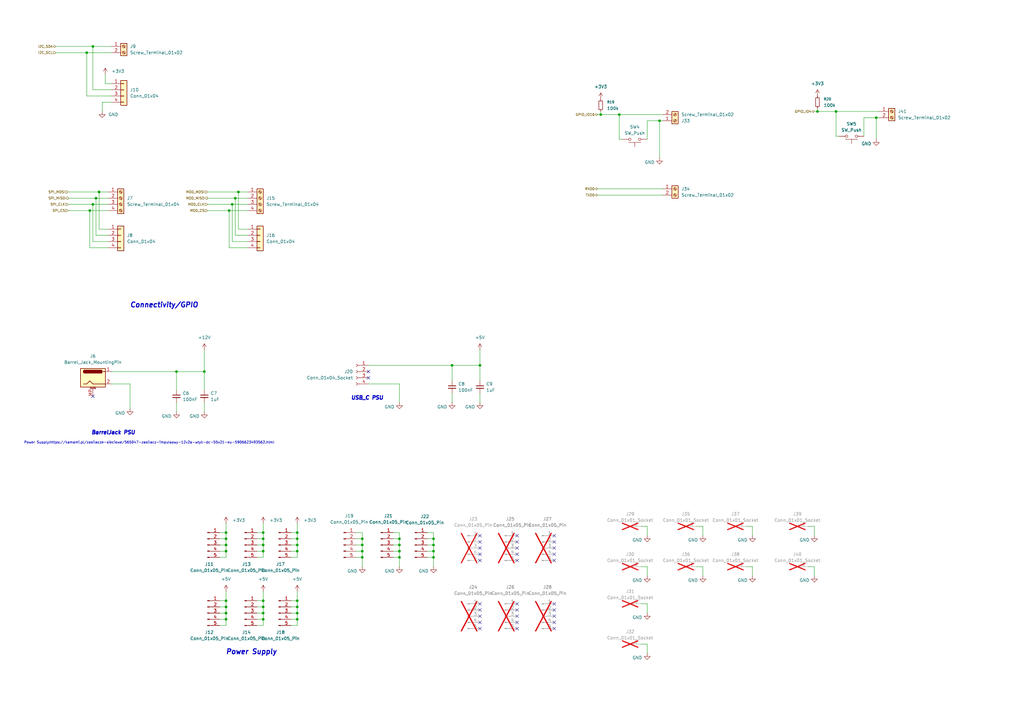
<source format=kicad_sch>
(kicad_sch (version 20250114) (generator "eeschema") (generator_version "9.0")
  (paper "A3")
  (title_block (title "Festiwal Swiatla") (date "2025-08-04") (rev "V1.0") (comment 2 "**Author**"))
  (lib_symbols
    (symbol "Connector:Barrel_Jack_MountingPin" (pin_names (hide yes))
      (property "Reference" "J" (at 0 5.334 0))
      (property "Value" "Barrel_Jack_MountingPin" (at 1.27 -6.35 0))
      (symbol "Barrel_Jack_MountingPin_0_1"
        (rectangle (start -5.08 3.81) (end 5.08 -3.81) (stroke (width 0.254)) (fill (type background)))
        (polyline (pts (xy -3.81 -2.54) (xy -2.54 -2.54) (xy -1.27 -1.27) (xy 0 -2.54) (xy 2.54 -2.54) (xy 5.08 -2.54)) (stroke (width 0.254)))
        (arc (start -3.302 1.905) (mid -3.9343 2.54) (end -3.302 3.175) (stroke (width 0.254)))
        (arc (start -3.302 1.905) (mid -3.9343 2.54) (end -3.302 3.175) (stroke (width 0.254)) (fill (type outline)))
        (rectangle (start 3.683 3.175) (end -3.302 1.905) (stroke (width 0.254)) (fill (type outline)))
        (polyline (pts (xy 5.08 2.54) (xy 3.81 2.54)) (stroke (width 0.254)))
      )
      (symbol "Barrel_Jack_MountingPin_1_1"
        (polyline (pts (xy -1.016 -4.572) (xy 1.016 -4.572)) (stroke (width 0.1524)))
        (text "Mounting" (at 0 -4.191 0) (effects (font (size 0.381 0.381))))
        (pin passive line (at 0 -7.62 90) (length 3.048) (name "MountPin") (number "MP"))
        (pin passive line (at 7.62 2.54 180) (length 2.54) (name "~") (number "1"))
        (pin passive line (at 7.62 -2.54 180) (length 2.54) (name "~") (number "2"))
      )
    )
    (symbol "Connector:Conn_01x01_Socket" (pin_names (offset 1.016) (hide yes))
      (property "Reference" "J" (at 0 2.54 0))
      (property "Value" "Conn_01x01_Socket" (at 0 -2.54 0))
      (symbol "Conn_01x01_Socket_1_1"
        (polyline (pts (xy -1.27 0) (xy -0.508 0)) (stroke (width 0.1524)))
        (arc (start 0 -0.508) (mid -0.5058 0) (end 0 0.508) (stroke (width 0.1524)))
        (pin passive line (at -5.08 0 0) (length 3.81) (name "Pin_1") (number "1"))
      )
    )
    (symbol "Connector:Conn_01x04_Socket" (pin_names (offset 1.016) (hide yes))
      (property "Reference" "J" (at 0 5.08 0))
      (property "Value" "Conn_01x04_Socket" (at 0 -7.62 0))
      (symbol "Conn_01x04_Socket_1_1"
        (polyline (pts (xy -1.27 2.54) (xy -0.508 2.54)) (stroke (width 0.1524)))
        (polyline (pts (xy -1.27 0) (xy -0.508 0)) (stroke (width 0.1524)))
        (polyline (pts (xy -1.27 -2.54) (xy -0.508 -2.54)) (stroke (width 0.1524)))
        (polyline (pts (xy -1.27 -5.08) (xy -0.508 -5.08)) (stroke (width 0.1524)))
        (arc (start 0 2.032) (mid -0.5058 2.54) (end 0 3.048) (stroke (width 0.1524)))
        (arc (start 0 -0.508) (mid -0.5058 0) (end 0 0.508) (stroke (width 0.1524)))
        (arc (start 0 -3.048) (mid -0.5058 -2.54) (end 0 -2.032) (stroke (width 0.1524)))
        (arc (start 0 -5.588) (mid -0.5058 -5.08) (end 0 -4.572) (stroke (width 0.1524)))
        (pin passive line (at -5.08 2.54 0) (length 3.81) (name "Pin_1") (number "1"))
        (pin passive line (at -5.08 0 0) (length 3.81) (name "Pin_2") (number "2"))
        (pin passive line (at -5.08 -2.54 0) (length 3.81) (name "Pin_3") (number "3"))
        (pin passive line (at -5.08 -5.08 0) (length 3.81) (name "Pin_4") (number "4"))
      )
    )
    (symbol "Connector:Conn_01x05_Pin" (pin_names (offset 1.016) (hide yes))
      (property "Reference" "J" (at 0 7.62 0))
      (property "Value" "Conn_01x05_Pin" (at 0 -7.62 0))
      (symbol "Conn_01x05_Pin_1_1"
        (rectangle (start 0.8636 5.207) (end 0 4.953) (stroke (width 0.1524)) (fill (type outline)))
        (rectangle (start 0.8636 2.667) (end 0 2.413) (stroke (width 0.1524)) (fill (type outline)))
        (rectangle (start 0.8636 0.127) (end 0 -0.127) (stroke (width 0.1524)) (fill (type outline)))
        (rectangle (start 0.8636 -2.413) (end 0 -2.667) (stroke (width 0.1524)) (fill (type outline)))
        (rectangle (start 0.8636 -4.953) (end 0 -5.207) (stroke (width 0.1524)) (fill (type outline)))
        (polyline (pts (xy 1.27 5.08) (xy 0.8636 5.08)) (stroke (width 0.1524)))
        (polyline (pts (xy 1.27 2.54) (xy 0.8636 2.54)) (stroke (width 0.1524)))
        (polyline (pts (xy 1.27 0) (xy 0.8636 0)) (stroke (width 0.1524)))
        (polyline (pts (xy 1.27 -2.54) (xy 0.8636 -2.54)) (stroke (width 0.1524)))
        (polyline (pts (xy 1.27 -5.08) (xy 0.8636 -5.08)) (stroke (width 0.1524)))
        (pin passive line (at 5.08 5.08 180) (length 3.81) (name "Pin_1") (number "1"))
        (pin passive line (at 5.08 2.54 180) (length 3.81) (name "Pin_2") (number "2"))
        (pin passive line (at 5.08 0 180) (length 3.81) (name "Pin_3") (number "3"))
        (pin passive line (at 5.08 -2.54 180) (length 3.81) (name "Pin_4") (number "4"))
        (pin passive line (at 5.08 -5.08 180) (length 3.81) (name "Pin_5") (number "5"))
      )
    )
    (symbol "Connector:Screw_Terminal_01x02" (pin_names (offset 1.016) (hide yes))
      (property "Reference" "J" (at 0 2.54 0))
      (property "Value" "Screw_Terminal_01x02" (at 0 -5.08 0))
      (symbol "Screw_Terminal_01x02_1_1"
        (rectangle (start -1.27 1.27) (end 1.27 -3.81) (stroke (width 0.254)) (fill (type background)))
        (polyline (pts (xy -0.5334 0.3302) (xy 0.3302 -0.508)) (stroke (width 0.1524)))
        (polyline (pts (xy -0.5334 -2.2098) (xy 0.3302 -3.048)) (stroke (width 0.1524)))
        (polyline (pts (xy -0.3556 0.508) (xy 0.508 -0.3302)) (stroke (width 0.1524)))
        (polyline (pts (xy -0.3556 -2.032) (xy 0.508 -2.8702)) (stroke (width 0.1524)))
        (circle (center 0 0) (radius 0.635) (stroke (width 0.1524)))
        (circle (center 0 -2.54) (radius 0.635) (stroke (width 0.1524)))
        (pin passive line (at -5.08 0 0) (length 3.81) (name "Pin_1") (number "1"))
        (pin passive line (at -5.08 -2.54 0) (length 3.81) (name "Pin_2") (number "2"))
      )
    )
    (symbol "Connector:Screw_Terminal_01x04" (pin_names (offset 1.016) (hide yes))
      (property "Reference" "J" (at 0 5.08 0))
      (property "Value" "Screw_Terminal_01x04" (at 0 -7.62 0))
      (symbol "Screw_Terminal_01x04_1_1"
        (rectangle (start -1.27 3.81) (end 1.27 -6.35) (stroke (width 0.254)) (fill (type background)))
        (polyline (pts (xy -0.5334 2.8702) (xy 0.3302 2.032)) (stroke (width 0.1524)))
        (polyline (pts (xy -0.5334 0.3302) (xy 0.3302 -0.508)) (stroke (width 0.1524)))
        (polyline (pts (xy -0.5334 -2.2098) (xy 0.3302 -3.048)) (stroke (width 0.1524)))
        (polyline (pts (xy -0.5334 -4.7498) (xy 0.3302 -5.588)) (stroke (width 0.1524)))
        (polyline (pts (xy -0.3556 3.048) (xy 0.508 2.2098)) (stroke (width 0.1524)))
        (polyline (pts (xy -0.3556 0.508) (xy 0.508 -0.3302)) (stroke (width 0.1524)))
        (polyline (pts (xy -0.3556 -2.032) (xy 0.508 -2.8702)) (stroke (width 0.1524)))
        (polyline (pts (xy -0.3556 -4.572) (xy 0.508 -5.4102)) (stroke (width 0.1524)))
        (circle (center 0 2.54) (radius 0.635) (stroke (width 0.1524)))
        (circle (center 0 0) (radius 0.635) (stroke (width 0.1524)))
        (circle (center 0 -2.54) (radius 0.635) (stroke (width 0.1524)))
        (circle (center 0 -5.08) (radius 0.635) (stroke (width 0.1524)))
        (pin passive line (at -5.08 2.54 0) (length 3.81) (name "Pin_1") (number "1"))
        (pin passive line (at -5.08 0 0) (length 3.81) (name "Pin_2") (number "2"))
        (pin passive line (at -5.08 -2.54 0) (length 3.81) (name "Pin_3") (number "3"))
        (pin passive line (at -5.08 -5.08 0) (length 3.81) (name "Pin_4") (number "4"))
      )
    )
    (symbol "Connector_Generic:Conn_01x04" (pin_names (offset 1.016) (hide yes))
      (property "Reference" "J" (at 0 5.08 0))
      (property "Value" "Conn_01x04" (at 0 -7.62 0))
      (symbol "Conn_01x04_1_1"
        (rectangle (start -1.27 3.81) (end 1.27 -6.35) (stroke (width 0.254)) (fill (type background)))
        (rectangle (start -1.27 2.667) (end 0 2.413) (stroke (width 0.1524)))
        (rectangle (start -1.27 0.127) (end 0 -0.127) (stroke (width 0.1524)))
        (rectangle (start -1.27 -2.413) (end 0 -2.667) (stroke (width 0.1524)))
        (rectangle (start -1.27 -4.953) (end 0 -5.207) (stroke (width 0.1524)))
        (pin passive line (at -5.08 2.54 0) (length 3.81) (name "Pin_1") (number "1"))
        (pin passive line (at -5.08 0 0) (length 3.81) (name "Pin_2") (number "2"))
        (pin passive line (at -5.08 -2.54 0) (length 3.81) (name "Pin_3") (number "3"))
        (pin passive line (at -5.08 -5.08 0) (length 3.81) (name "Pin_4") (number "4"))
      )
    )
    (symbol "Device:C_Small" (pin_numbers (hide yes)) (pin_names (offset 0.254) (hide yes))
      (property "Reference" "C" (at 0.254 1.778 0))
      (property "Value" "C_Small" (at 0.254 -2.032 0))
      (symbol "C_Small_0_1"
        (polyline (pts (xy -1.524 0.508) (xy 1.524 0.508)) (stroke (width 0.3048)))
        (polyline (pts (xy -1.524 -0.508) (xy 1.524 -0.508)) (stroke (width 0.3302)))
      )
      (symbol "C_Small_1_1"
        (pin passive line (at 0 2.54 270) (length 2.032) (name "~") (number "1"))
        (pin passive line (at 0 -2.54 90) (length 2.032) (name "~") (number "2"))
      )
    )
    (symbol "Device:R_Small" (pin_numbers (hide yes)) (pin_names (offset 0.254) (hide yes))
      (property "Reference" "R" (at 0 0 90))
      (property "Value" "R_Small" (at 1.778 0 90))
      (symbol "R_Small_0_1"
        (rectangle (start -0.762 1.778) (end 0.762 -1.778) (stroke (width 0.2032)))
      )
      (symbol "R_Small_1_1"
        (pin passive line (at 0 2.54 270) (length 0.762) (name "~") (number "1"))
        (pin passive line (at 0 -2.54 90) (length 0.762) (name "~") (number "2"))
      )
    )
    (symbol "Switch:SW_Push" (pin_numbers (hide yes)) (pin_names (offset 1.016) (hide yes))
      (property "Reference" "SW" (at 1.27 2.54 0))
      (property "Value" "SW_Push" (at 0 -1.524 0))
      (symbol "SW_Push_0_1"
        (circle (center -2.032 0) (radius 0.508))
        (polyline (pts (xy 0 1.27) (xy 0 3.048)))
        (circle (center 2.032 0) (radius 0.508))
        (polyline (pts (xy 2.54 1.27) (xy -2.54 1.27)))
        (pin passive line (at -5.08 0 0) (length 2.54) (name "1") (number "1"))
        (pin passive line (at 5.08 0 180) (length 2.54) (name "2") (number "2"))
      )
    )
    (symbol "power:+12V" (power) (pin_numbers (hide yes)) (pin_names (offset 0) (hide yes))
      (property "Value" "+12V" (at 0 3.556 0))
      (symbol "+12V_0_1"
        (polyline (pts (xy -0.762 1.27) (xy 0 2.54)))
        (polyline (pts (xy 0 2.54) (xy 0.762 1.27)))
        (polyline (pts (xy 0 0) (xy 0 2.54)))
      )
      (symbol "+12V_1_1"
        (pin power_in line (at 0 0 90) (length 0) (name "~") (number "1"))
      )
    )
    (symbol "power:+3V3" (power) (pin_numbers (hide yes)) (pin_names (offset 0) (hide yes))
      (property "Value" "+3V3" (at 0 3.556 0))
      (symbol "+3V3_0_1"
        (polyline (pts (xy -0.762 1.27) (xy 0 2.54)))
        (polyline (pts (xy 0 2.54) (xy 0.762 1.27)))
        (polyline (pts (xy 0 0) (xy 0 2.54)))
      )
      (symbol "+3V3_1_1"
        (pin power_in line (at 0 0 90) (length 0) (name "~") (number "1"))
      )
    )
    (symbol "power:+5V" (power) (pin_numbers (hide yes)) (pin_names (offset 0) (hide yes))
      (property "Value" "+5V" (at 0 3.556 0))
      (symbol "+5V_0_1"
        (polyline (pts (xy -0.762 1.27) (xy 0 2.54)))
        (polyline (pts (xy 0 2.54) (xy 0.762 1.27)))
        (polyline (pts (xy 0 0) (xy 0 2.54)))
      )
      (symbol "+5V_1_1"
        (pin power_in line (at 0 0 90) (length 0) (name "~") (number "1"))
      )
    )
    (symbol "power:GND" (power) (pin_numbers (hide yes)) (pin_names (offset 0) (hide yes))
      (property "Value" "GND" (at 0 -3.81 0))
      (symbol "GND_0_1"
        (polyline (pts (xy 0 0) (xy 0 -1.27) (xy 1.27 -1.27) (xy 0 -2.54) (xy -1.27 -1.27) (xy 0 -1.27)))
      )
      (symbol "GND_1_1"
        (pin power_in line (at 0 0 270) (length 0) (name "~") (number "1"))
      )
    )
  )
  (text "Power Supply" (at 103.124 267.462 0) (effects (font (size 2.032 2.032) (thickness 0.4064) (bold yes) (italic yes))))
  (text "BarrelJack PSU\n" (at 46.482 177.546 0) (effects (font (size 1.524 1.524) (thickness 0.4064) (bold yes) (italic yes))))
  (text "Power Supply:https://kamami.pl/zasilacze-sieciowe/565047-zasilacz-impulsowy-12v2a-wtyk-dc-55x21-eu-5906623493562.html" (at 61.214 181.61 0) (effects (font (size 1 1))))
  (text "USB_C PSU\n" (at 150.622 163.322 0) (effects (font (size 1.524 1.524) (thickness 0.4064) (bold yes) (italic yes))))
  (text "Connectivity/GPIO" (at 67.31 125.222 0) (effects (font (size 2.032 2.032) (thickness 0.4064) (bold yes) (italic yes))))
  (junction (at 177.8 223.52))
  (junction (at 121.92 220.98))
  (junction (at 107.95 248.92))
  (junction (at 107.95 246.38))
  (junction (at 38.1 83.82))
  (junction (at 177.8 220.98))
  (junction (at 107.95 223.52))
  (junction (at 185.42 149.86))
  (junction (at 121.92 218.44))
  (junction (at 92.71 251.46))
  (junction (at 92.71 226.06))
  (junction (at 177.8 226.06))
  (junction (at 148.59 220.98))
  (junction (at 121.92 248.92))
  (junction (at 163.83 223.52))
  (junction (at 163.83 228.6))
  (junction (at 342.9 45.72))
  (junction (at 39.37 81.28))
  (junction (at 335.28 45.72))
  (junction (at 35.56 21.59))
  (junction (at 163.83 220.98))
  (junction (at 107.95 251.46))
  (junction (at 92.71 248.92))
  (junction (at 107.95 220.98))
  (junction (at 40.64 78.74))
  (junction (at 93.98 86.36))
  (junction (at 107.95 218.44))
  (junction (at 148.59 226.06))
  (junction (at 92.71 254))
  (junction (at 359.41 48.26))
  (junction (at 83.82 152.4))
  (junction (at 270.51 49.53))
  (junction (at 121.92 251.46))
  (junction (at 38.1 19.05))
  (junction (at 121.92 226.06))
  (junction (at 163.83 226.06))
  (junction (at 121.92 246.38))
  (junction (at 95.25 83.82))
  (junction (at 121.92 223.52))
  (junction (at 107.95 254))
  (junction (at 92.71 246.38))
  (junction (at 72.39 152.4))
  (junction (at 92.71 220.98))
  (junction (at 36.83 86.36))
  (junction (at 107.95 226.06))
  (junction (at 177.8 228.6))
  (junction (at 148.59 228.6))
  (junction (at 96.52 81.28))
  (junction (at 246.38 46.99))
  (junction (at 121.92 254))
  (junction (at 254 46.99))
  (junction (at 97.79 78.74))
  (junction (at 92.71 218.44))
  (junction (at 148.59 223.52))
  (junction (at 92.71 223.52))
  (junction (at 196.85 149.86))
  (no_connect (at 196.85 257.81))
  (no_connect (at 212.09 224.79))
  (no_connect (at 227.33 222.25))
  (no_connect (at 227.33 229.87))
  (no_connect (at 227.33 247.65))
  (no_connect (at 212.09 255.27))
  (no_connect (at 196.85 250.19))
  (no_connect (at 227.33 252.73))
  (no_connect (at 151.13 154.94))
  (no_connect (at 196.85 247.65))
  (no_connect (at 212.09 247.65))
  (no_connect (at 227.33 227.33))
  (no_connect (at 212.09 227.33))
  (no_connect (at 212.09 229.87))
  (no_connect (at 196.85 252.73))
  (no_connect (at 212.09 222.25))
  (no_connect (at 196.85 224.79))
  (no_connect (at 212.09 250.19))
  (no_connect (at 196.85 222.25))
  (no_connect (at 227.33 255.27))
  (no_connect (at 212.09 257.81))
  (no_connect (at 227.33 257.81))
  (no_connect (at 212.09 219.71))
  (no_connect (at 196.85 227.33))
  (no_connect (at 227.33 250.19))
  (no_connect (at 227.33 224.79))
  (no_connect (at 38.1 162.56))
  (no_connect (at 212.09 252.73))
  (no_connect (at 196.85 255.27))
  (no_connect (at 196.85 229.87))
  (no_connect (at 151.13 152.4))
  (no_connect (at 227.33 219.71))
  (no_connect (at 196.85 219.71))
  (wire (pts (xy 265.43 215.9) (xy 262.89 215.9)))
  (wire (pts (xy 121.92 251.46) (xy 121.92 254)))
  (wire (pts (xy 45.72 36.83) (xy 38.1 36.83)))
  (wire (pts (xy 196.85 161.29) (xy 196.85 165.1)))
  (wire (pts (xy 121.92 254) (xy 121.92 256.54)))
  (wire (pts (xy 196.85 143.51) (xy 196.85 149.86)))
  (wire (pts (xy 90.17 248.92) (xy 92.71 248.92)))
  (wire (pts (xy 92.71 246.38) (xy 92.71 248.92)))
  (wire (pts (xy 90.17 254) (xy 92.71 254)))
  (wire (pts (xy 308.61 236.22) (xy 308.61 232.41)))
  (wire (pts (xy 27.94 86.36) (xy 36.83 86.36)))
  (wire (pts (xy 44.45 96.52) (xy 39.37 96.52)))
  (wire (pts (xy 92.71 220.98) (xy 92.71 223.52)))
  (wire (pts (xy 83.82 143.51) (xy 83.82 152.4)))
  (wire (pts (xy 36.83 86.36) (xy 44.45 86.36)))
  (wire (pts (xy 246.38 46.99) (xy 254 46.99)))
  (wire (pts (xy 185.42 161.29) (xy 185.42 165.1)))
  (wire (pts (xy 146.05 220.98) (xy 148.59 220.98)))
  (wire (pts (xy 342.9 45.72) (xy 360.68 45.72)))
  (wire (pts (xy 119.38 251.46) (xy 121.92 251.46)))
  (wire (pts (xy 27.94 83.82) (xy 38.1 83.82)))
  (wire (pts (xy 121.92 228.6) (xy 119.38 228.6)))
  (wire (pts (xy 105.41 251.46) (xy 107.95 251.46)))
  (wire (pts (xy 22.86 21.59) (xy 35.56 21.59)))
  (wire (pts (xy 105.41 223.52) (xy 107.95 223.52)))
  (wire (pts (xy 40.64 93.98) (xy 40.64 78.74)))
  (wire (pts (xy 72.39 165.1) (xy 72.39 168.91)))
  (wire (pts (xy 43.18 34.29) (xy 43.18 30.48)))
  (wire (pts (xy 288.29 219.71) (xy 288.29 215.9)))
  (wire (pts (xy 27.94 78.74) (xy 40.64 78.74)))
  (wire (pts (xy 148.59 228.6) (xy 148.59 232.41)))
  (wire (pts (xy 92.71 226.06) (xy 92.71 228.6)))
  (wire (pts (xy 146.05 226.06) (xy 148.59 226.06)))
  (wire (pts (xy 342.9 55.88) (xy 344.17 55.88)))
  (wire (pts (xy 44.45 93.98) (xy 40.64 93.98)))
  (wire (pts (xy 107.95 254) (xy 107.95 256.54)))
  (wire (pts (xy 83.82 165.1) (xy 83.82 168.91)))
  (wire (pts (xy 92.71 228.6) (xy 90.17 228.6)))
  (wire (pts (xy 39.37 96.52) (xy 39.37 81.28)))
  (wire (pts (xy 151.13 157.48) (xy 163.83 157.48)))
  (wire (pts (xy 107.95 228.6) (xy 105.41 228.6)))
  (wire (pts (xy 335.28 44.45) (xy 335.28 45.72)))
  (wire (pts (xy 146.05 218.44) (xy 148.59 218.44)))
  (wire (pts (xy 265.43 49.53) (xy 270.51 49.53)))
  (wire (pts (xy 163.83 223.52) (xy 163.83 226.06)))
  (wire (pts (xy 254 46.99) (xy 271.78 46.99)))
  (wire (pts (xy 101.6 96.52) (xy 96.52 96.52)))
  (wire (pts (xy 36.83 101.6) (xy 36.83 86.36)))
  (wire (pts (xy 308.61 219.71) (xy 308.61 215.9)))
  (wire (pts (xy 246.38 45.72) (xy 246.38 46.99)))
  (wire (pts (xy 334.01 215.9) (xy 331.47 215.9)))
  (wire (pts (xy 331.47 232.41) (xy 334.01 232.41)))
  (wire (pts (xy 245.11 77.47) (xy 271.78 77.47)))
  (wire (pts (xy 161.29 220.98) (xy 163.83 220.98)))
  (wire (pts (xy 121.92 256.54) (xy 119.38 256.54)))
  (wire (pts (xy 90.17 226.06) (xy 92.71 226.06)))
  (wire (pts (xy 245.11 80.01) (xy 271.78 80.01)))
  (wire (pts (xy 306.07 232.41) (xy 308.61 232.41)))
  (wire (pts (xy 334.01 236.22) (xy 334.01 232.41)))
  (wire (pts (xy 335.28 45.72) (xy 342.9 45.72)))
  (wire (pts (xy 38.1 36.83) (xy 38.1 19.05)))
  (wire (pts (xy 105.41 254) (xy 107.95 254)))
  (wire (pts (xy 101.6 93.98) (xy 97.79 93.98)))
  (wire (pts (xy 107.95 251.46) (xy 107.95 254)))
  (wire (pts (xy 119.38 223.52) (xy 121.92 223.52)))
  (wire (pts (xy 38.1 99.06) (xy 38.1 83.82)))
  (wire (pts (xy 38.1 83.82) (xy 44.45 83.82)))
  (wire (pts (xy 146.05 223.52) (xy 148.59 223.52)))
  (wire (pts (xy 35.56 39.37) (xy 35.56 21.59)))
  (wire (pts (xy 101.6 101.6) (xy 93.98 101.6)))
  (wire (pts (xy 121.92 242.57) (xy 121.92 246.38)))
  (wire (pts (xy 254 57.15) (xy 255.27 57.15)))
  (wire (pts (xy 163.83 157.48) (xy 163.83 165.1)))
  (wire (pts (xy 95.25 83.82) (xy 101.6 83.82)))
  (wire (pts (xy 107.95 218.44) (xy 107.95 220.98)))
  (wire (pts (xy 44.45 101.6) (xy 36.83 101.6)))
  (wire (pts (xy 105.41 226.06) (xy 107.95 226.06)))
  (wire (pts (xy 96.52 96.52) (xy 96.52 81.28)))
  (wire (pts (xy 354.33 48.26) (xy 354.33 55.88)))
  (wire (pts (xy 40.64 78.74) (xy 44.45 78.74)))
  (wire (pts (xy 92.71 214.63) (xy 92.71 218.44)))
  (wire (pts (xy 72.39 152.4) (xy 83.82 152.4)))
  (wire (pts (xy 308.61 215.9) (xy 306.07 215.9)))
  (wire (pts (xy 90.17 220.98) (xy 92.71 220.98)))
  (wire (pts (xy 359.41 48.26) (xy 360.68 48.26)))
  (wire (pts (xy 177.8 223.52) (xy 177.8 226.06)))
  (wire (pts (xy 161.29 218.44) (xy 163.83 218.44)))
  (wire (pts (xy 177.8 228.6) (xy 177.8 232.41)))
  (wire (pts (xy 121.92 218.44) (xy 121.92 220.98)))
  (wire (pts (xy 85.09 86.36) (xy 93.98 86.36)))
  (wire (pts (xy 285.75 232.41) (xy 288.29 232.41)))
  (wire (pts (xy 93.98 101.6) (xy 93.98 86.36)))
  (wire (pts (xy 105.41 248.92) (xy 107.95 248.92)))
  (wire (pts (xy 265.43 251.46) (xy 265.43 247.65)))
  (wire (pts (xy 175.26 228.6) (xy 177.8 228.6)))
  (wire (pts (xy 90.17 218.44) (xy 92.71 218.44)))
  (wire (pts (xy 85.09 78.74) (xy 97.79 78.74)))
  (wire (pts (xy 72.39 152.4) (xy 72.39 160.02)))
  (wire (pts (xy 196.85 149.86) (xy 196.85 156.21)))
  (wire (pts (xy 175.26 223.52) (xy 177.8 223.52)))
  (wire (pts (xy 177.8 226.06) (xy 177.8 228.6)))
  (wire (pts (xy 107.95 226.06) (xy 107.95 228.6)))
  (wire (pts (xy 97.79 93.98) (xy 97.79 78.74)))
  (wire (pts (xy 148.59 218.44) (xy 148.59 220.98)))
  (wire (pts (xy 121.92 220.98) (xy 121.92 223.52)))
  (wire (pts (xy 119.38 248.92) (xy 121.92 248.92)))
  (wire (pts (xy 44.45 99.06) (xy 38.1 99.06)))
  (wire (pts (xy 85.09 81.28) (xy 96.52 81.28)))
  (wire (pts (xy 262.89 232.41) (xy 265.43 232.41)))
  (wire (pts (xy 22.86 19.05) (xy 38.1 19.05)))
  (wire (pts (xy 39.37 81.28) (xy 44.45 81.28)))
  (wire (pts (xy 161.29 228.6) (xy 163.83 228.6)))
  (wire (pts (xy 270.51 49.53) (xy 271.78 49.53)))
  (wire (pts (xy 107.95 256.54) (xy 105.41 256.54)))
  (wire (pts (xy 92.71 248.92) (xy 92.71 251.46)))
  (wire (pts (xy 45.72 34.29) (xy 43.18 34.29)))
  (wire (pts (xy 41.91 41.91) (xy 45.72 41.91)))
  (wire (pts (xy 107.95 242.57) (xy 107.95 246.38)))
  (wire (pts (xy 105.41 246.38) (xy 107.95 246.38)))
  (wire (pts (xy 163.83 220.98) (xy 163.83 223.52)))
  (wire (pts (xy 254 57.15) (xy 254 46.99)))
  (wire (pts (xy 148.59 220.98) (xy 148.59 223.52)))
  (wire (pts (xy 107.95 246.38) (xy 107.95 248.92)))
  (wire (pts (xy 265.43 49.53) (xy 265.43 57.15)))
  (wire (pts (xy 265.43 267.97) (xy 265.43 264.16)))
  (wire (pts (xy 27.94 81.28) (xy 39.37 81.28)))
  (wire (pts (xy 105.41 218.44) (xy 107.95 218.44)))
  (wire (pts (xy 119.38 226.06) (xy 121.92 226.06)))
  (wire (pts (xy 90.17 251.46) (xy 92.71 251.46)))
  (wire (pts (xy 334.01 219.71) (xy 334.01 215.9)))
  (wire (pts (xy 85.09 83.82) (xy 95.25 83.82)))
  (wire (pts (xy 119.38 246.38) (xy 121.92 246.38)))
  (wire (pts (xy 107.95 214.63) (xy 107.95 218.44)))
  (wire (pts (xy 163.83 226.06) (xy 163.83 228.6)))
  (wire (pts (xy 38.1 19.05) (xy 45.72 19.05)))
  (wire (pts (xy 163.83 218.44) (xy 163.83 220.98)))
  (wire (pts (xy 121.92 226.06) (xy 121.92 228.6)))
  (wire (pts (xy 90.17 246.38) (xy 92.71 246.38)))
  (wire (pts (xy 45.72 39.37) (xy 35.56 39.37)))
  (wire (pts (xy 177.8 220.98) (xy 177.8 223.52)))
  (wire (pts (xy 90.17 223.52) (xy 92.71 223.52)))
  (wire (pts (xy 185.42 149.86) (xy 185.42 156.21)))
  (wire (pts (xy 119.38 254) (xy 121.92 254)))
  (wire (pts (xy 288.29 236.22) (xy 288.29 232.41)))
  (wire (pts (xy 146.05 228.6) (xy 148.59 228.6)))
  (wire (pts (xy 262.89 264.16) (xy 265.43 264.16)))
  (wire (pts (xy 95.25 99.06) (xy 95.25 83.82)))
  (wire (pts (xy 151.13 149.86) (xy 185.42 149.86)))
  (wire (pts (xy 163.83 228.6) (xy 163.83 232.41)))
  (wire (pts (xy 161.29 223.52) (xy 163.83 223.52)))
  (wire (pts (xy 119.38 220.98) (xy 121.92 220.98)))
  (wire (pts (xy 53.34 157.48) (xy 53.34 167.64)))
  (wire (pts (xy 262.89 247.65) (xy 265.43 247.65)))
  (wire (pts (xy 121.92 248.92) (xy 121.92 251.46)))
  (wire (pts (xy 288.29 215.9) (xy 285.75 215.9)))
  (wire (pts (xy 342.9 55.88) (xy 342.9 45.72)))
  (wire (pts (xy 97.79 78.74) (xy 101.6 78.74)))
  (wire (pts (xy 41.91 45.72) (xy 41.91 41.91)))
  (wire (pts (xy 270.51 64.77) (xy 270.51 49.53)))
  (wire (pts (xy 359.41 57.15) (xy 359.41 48.26)))
  (wire (pts (xy 92.71 242.57) (xy 92.71 246.38)))
  (wire (pts (xy 101.6 99.06) (xy 95.25 99.06)))
  (wire (pts (xy 92.71 218.44) (xy 92.71 220.98)))
  (wire (pts (xy 148.59 223.52) (xy 148.59 226.06)))
  (wire (pts (xy 265.43 236.22) (xy 265.43 232.41)))
  (wire (pts (xy 93.98 86.36) (xy 101.6 86.36)))
  (wire (pts (xy 121.92 223.52) (xy 121.92 226.06)))
  (wire (pts (xy 107.95 248.92) (xy 107.95 251.46)))
  (wire (pts (xy 196.85 149.86) (xy 185.42 149.86)))
  (wire (pts (xy 148.59 226.06) (xy 148.59 228.6)))
  (wire (pts (xy 92.71 223.52) (xy 92.71 226.06)))
  (wire (pts (xy 245.11 46.99) (xy 246.38 46.99)))
  (wire (pts (xy 119.38 218.44) (xy 121.92 218.44)))
  (wire (pts (xy 175.26 218.44) (xy 177.8 218.44)))
  (wire (pts (xy 177.8 218.44) (xy 177.8 220.98)))
  (wire (pts (xy 161.29 226.06) (xy 163.83 226.06)))
  (wire (pts (xy 45.72 152.4) (xy 72.39 152.4)))
  (wire (pts (xy 92.71 251.46) (xy 92.71 254)))
  (wire (pts (xy 354.33 48.26) (xy 359.41 48.26)))
  (wire (pts (xy 92.71 254) (xy 92.71 256.54)))
  (wire (pts (xy 83.82 152.4) (xy 83.82 160.02)))
  (wire (pts (xy 265.43 219.71) (xy 265.43 215.9)))
  (wire (pts (xy 107.95 220.98) (xy 107.95 223.52)))
  (wire (pts (xy 35.56 21.59) (xy 45.72 21.59)))
  (wire (pts (xy 121.92 246.38) (xy 121.92 248.92)))
  (wire (pts (xy 96.52 81.28) (xy 101.6 81.28)))
  (wire (pts (xy 107.95 223.52) (xy 107.95 226.06)))
  (wire (pts (xy 175.26 226.06) (xy 177.8 226.06)))
  (wire (pts (xy 45.72 157.48) (xy 53.34 157.48)))
  (wire (pts (xy 175.26 220.98) (xy 177.8 220.98)))
  (wire (pts (xy 92.71 256.54) (xy 90.17 256.54)))
  (wire (pts (xy 121.92 214.63) (xy 121.92 218.44)))
  (wire (pts (xy 334.01 45.72) (xy 335.28 45.72)))
  (wire (pts (xy 105.41 220.98) (xy 107.95 220.98)))
  (hierarchical_label "TXD0" (shape bidirectional) (at 245.11 80.01 180) (effects (font (size 1 1))))
  (hierarchical_label "MOD_CLK" (shape input) (at 85.09 83.82 180) (effects (font (size 1 1))))
  (hierarchical_label "SPI_MISO" (shape output) (at 27.94 81.28 180) (effects (font (size 1 1))))
  (hierarchical_label "MOD_CS" (shape input) (at 85.09 86.36 180) (effects (font (size 1 1))))
  (hierarchical_label "RXD0" (shape bidirectional) (at 245.11 77.47 180) (effects (font (size 1 1))))
  (hierarchical_label "I2C_SCL" (shape input) (at 22.86 21.59 180) (effects (font (size 1 1))))
  (hierarchical_label "GPIO_IO16" (shape bidirectional) (at 245.11 46.99 180) (effects (font (size 1 1))))
  (hierarchical_label "SPI_CLK" (shape input) (at 27.94 83.82 180) (effects (font (size 1 1))))
  (hierarchical_label "I2C_SDA" (shape bidirectional) (at 22.86 19.05 180) (effects (font (size 1 1))))
  (hierarchical_label "SPI_MOSI" (shape input) (at 27.94 78.74 180) (effects (font (size 1 1))))
  (hierarchical_label "GPIO_IO4" (shape bidirectional) (at 334.01 45.72 180) (effects (font (size 1 1))))
  (hierarchical_label "MOD_MOSI" (shape input) (at 85.09 78.74 180) (effects (font (size 1 1))))
  (hierarchical_label "MOD_MISO" (shape output) (at 85.09 81.28 180) (effects (font (size 1 1))))
  (hierarchical_label "SPI_CS" (shape input) (at 27.94 86.36 180) (effects (font (size 1 1))))
  (symbol (lib_id "Connector:Screw_Terminal_01x02") (at 276.86 49.53 0) (mirror x) (unit 1)
    (property "Reference" "J33" (at 279.4 49.5301 0) (effects (justify left)))
    (property "Value" "Screw_Terminal_01x02" (at 279.4 46.9901 0) (effects (justify left)))
    (property "Footprint" "TerminalBlock_Phoenix:TerminalBlock_Phoenix_PT-1,5-2-3.5-H_1x02_P3.50mm_Horizontal" (effects (hide yes)))
    (property "Description" "Generic screw terminal, single row, 01x02, script generated (kicad-library-utils/schlib/autogen/connector/)" (effects (hide yes)))
    (property "MPN" "691214110002" (effects (hide yes)))
  )
  (symbol (lib_id "Connector:Conn_01x01_Socket") (at 257.81 232.41 0) (mirror y) (unit 1) (in_bom no) (dnp yes)
    (property "Reference" "J30" (at 258.445 227.33 0))
    (property "Value" "Conn_01x01_Socket" (at 258.445 229.87 0))
    (property "Footprint" "Connector_PinSocket_2.54mm:PinSocket_1x01_P2.54mm_Vertical" (effects (hide yes)))
    (property "Description" "Generic connector, single row, 01x01, script generated" (effects (hide yes)))
  )
  (symbol (lib_id "Connector:Conn_01x05_Pin") (at 207.01 252.73 0) (unit 1) (in_bom no) (dnp yes)
    (property "Reference" "J26" (at 209.296 240.792 0))
    (property "Value" "Conn_01x05_Pin" (at 209.296 243.332 0))
    (property "Footprint" "Connector_PinHeader_2.54mm:PinHeader_1x05_P2.54mm_Vertical" (effects (hide yes)))
    (property "Description" "Generic connector, single row, 01x05, script generated" (effects (hide yes)))
    (property "MPN" "61300511121" (effects (hide yes)))
  )
  (symbol (lib_id "power:GND") (at 72.39 168.91 0) (unit 1)
    (property "Reference" "#PWR033" (effects (hide yes)))
    (property "Value" "GND" (at 68.326 170.688 0))
    (property "Description" "Power symbol creates a global label with name \"GND\" , ground" (effects (hide yes)))
  )
  (symbol (lib_id "Connector:Conn_01x05_Pin") (at 114.3 223.52 0) (unit 1)
    (property "Reference" "J17" (at 115.062 231.394 0))
    (property "Value" "Conn_01x05_Pin" (at 115.062 233.934 0))
    (property "Footprint" "Connector_PinHeader_2.54mm:PinHeader_1x05_P2.54mm_Vertical" (effects (hide yes)))
    (property "Description" "Generic connector, single row, 01x05, script generated" (effects (hide yes)))
    (property "MPN" "61300511121" (effects (hide yes)))
  )
  (symbol (lib_id "power:GND") (at 196.85 165.1 0) (unit 1)
    (property "Reference" "#PWR048" (effects (hide yes)))
    (property "Value" "GND" (at 192.786 166.878 0))
    (property "Description" "Power symbol creates a global label with name \"GND\" , ground" (effects (hide yes)))
  )
  (symbol (lib_id "power:GND") (at 185.42 165.1 0) (unit 1)
    (property "Reference" "#PWR046" (effects (hide yes)))
    (property "Value" "GND" (at 181.356 166.878 0))
    (property "Description" "Power symbol creates a global label with name \"GND\" , ground" (effects (hide yes)))
  )
  (symbol (lib_id "Switch:SW_Push") (at 349.25 55.88 180) (unit 1)
    (property "Reference" "SW5" (at 349.25 50.8 0))
    (property "Value" "SW_Push" (at 349.25 53.34 0))
    (property "Footprint" "Button_Switch_THT:SW_PUSH_6mm" (effects (hide yes)))
    (property "Description" "Push button switch, generic, two pins" (effects (hide yes)))
    (property "MPN" "430186043716" (effects (hide yes)))
  )
  (symbol (lib_id "Connector:Conn_01x05_Pin") (at 100.33 223.52 0) (unit 1)
    (property "Reference" "J13" (at 101.092 231.394 0))
    (property "Value" "Conn_01x05_Pin" (at 101.092 233.934 0))
    (property "Footprint" "Connector_PinHeader_2.54mm:PinHeader_1x05_P2.54mm_Vertical" (effects (hide yes)))
    (property "Description" "Generic connector, single row, 01x05, script generated" (effects (hide yes)))
    (property "MPN" "61300511121" (effects (hide yes)))
  )
  (symbol (lib_id "power:GND") (at 41.91 45.72 0) (unit 1)
    (property "Reference" "#PWR030" (effects (hide yes)))
    (property "Value" "GND" (at 46.482 46.99 0))
    (property "Description" "Power symbol creates a global label with name \"GND\" , ground" (effects (hide yes)))
  )
  (symbol (lib_id "Connector:Conn_01x05_Pin") (at 222.25 252.73 0) (unit 1) (in_bom no) (dnp yes)
    (property "Reference" "J28" (at 224.536 240.792 0))
    (property "Value" "Conn_01x05_Pin" (at 224.536 243.332 0))
    (property "Footprint" "Connector_PinHeader_2.54mm:PinHeader_1x05_P2.54mm_Vertical" (effects (hide yes)))
    (property "Description" "Generic connector, single row, 01x05, script generated" (effects (hide yes)))
    (property "MPN" "61300511121" (effects (hide yes)))
  )
  (symbol (lib_id "Connector:Conn_01x05_Pin") (at 156.21 223.52 0) (unit 1)
    (property "Reference" "J21" (at 159.258 211.582 0))
    (property "Value" "Conn_01x05_Pin" (at 159.258 214.122 0))
    (property "Footprint" "Connector_PinHeader_2.54mm:PinHeader_1x05_P2.54mm_Vertical" (effects (hide yes)))
    (property "Description" "Generic connector, single row, 01x05, script generated" (effects (hide yes)))
    (property "MPN" "61300511121" (effects (hide yes)))
  )
  (symbol (lib_id "power:GND") (at 265.43 267.97 0) (unit 1)
    (property "Reference" "#PWR053" (effects (hide yes)))
    (property "Value" "GND" (at 261.366 269.748 0))
    (property "Description" "Power symbol creates a global label with name \"GND\" , ground" (effects (hide yes)))
  )
  (symbol (lib_id "Connector:Conn_01x05_Pin") (at 170.18 223.52 0) (unit 1)
    (property "Reference" "J22" (at 174.244 211.836 0))
    (property "Value" "Conn_01x05_Pin" (at 174.244 214.376 0))
    (property "Footprint" "Connector_PinHeader_2.54mm:PinHeader_1x05_P2.54mm_Vertical" (effects (hide yes)))
    (property "Description" "Generic connector, single row, 01x05, script generated" (effects (hide yes)))
    (property "MPN" "61300511121" (effects (hide yes)))
  )
  (symbol (lib_id "power:+3V3") (at 246.38 40.64 0) (unit 1)
    (property "Reference" "#PWR049" (effects (hide yes)))
    (property "Value" "+3V3" (at 246.38 35.56 0))
    (property "Description" "Power symbol creates a global label with name \"+3V3\"" (effects (hide yes)))
  )
  (symbol (lib_id "power:GND") (at 163.83 165.1 0) (unit 1)
    (property "Reference" "#PWR043" (effects (hide yes)))
    (property "Value" "GND" (at 159.766 166.878 0))
    (property "Description" "Power symbol creates a global label with name \"GND\" , ground" (effects (hide yes)))
  )
  (symbol (lib_id "Connector:Conn_01x05_Pin") (at 191.77 224.79 0) (unit 1) (in_bom no) (dnp yes)
    (property "Reference" "J23" (at 194.056 212.852 0))
    (property "Value" "Conn_01x05_Pin" (at 194.056 215.392 0))
    (property "Footprint" "Connector_PinHeader_2.54mm:PinHeader_1x05_P2.54mm_Vertical" (effects (hide yes)))
    (property "Description" "Generic connector, single row, 01x05, script generated" (effects (hide yes)))
    (property "MPN" "61300511121" (effects (hide yes)))
  )
  (symbol (lib_id "Connector:Conn_01x05_Pin") (at 140.97 223.52 0) (unit 1)
    (property "Reference" "J19" (at 143.256 211.582 0))
    (property "Value" "Conn_01x05_Pin" (at 143.256 214.122 0))
    (property "Footprint" "Connector_PinHeader_2.54mm:PinHeader_1x05_P2.54mm_Vertical" (effects (hide yes)))
    (property "Description" "Generic connector, single row, 01x05, script generated" (effects (hide yes)))
    (property "MPN" "61300511121" (effects (hide yes)))
  )
  (symbol (lib_id "power:GND") (at 359.41 57.15 0) (unit 1)
    (property "Reference" "#PWR062" (effects (hide yes)))
    (property "Value" "GND" (at 355.346 58.928 0))
    (property "Description" "Power symbol creates a global label with name \"GND\" , ground" (effects (hide yes)))
  )
  (symbol (lib_id "Connector:Screw_Terminal_01x02") (at 50.8 19.05 0) (unit 1)
    (property "Reference" "J9" (at 53.34 19.0499 0) (effects (justify left)))
    (property "Value" "Screw_Terminal_01x02" (at 53.34 21.5899 0) (effects (justify left)))
    (property "Footprint" "TerminalBlock_Phoenix:TerminalBlock_Phoenix_PT-1,5-2-3.5-H_1x02_P3.50mm_Horizontal" (effects (hide yes)))
    (property "Description" "Generic screw terminal, single row, 01x02, script generated (kicad-library-utils/schlib/autogen/connector/)" (effects (hide yes)))
    (property "MPN" "691214110002" (effects (hide yes)))
  )
  (symbol (lib_id "Connector_Generic:Conn_01x04") (at 106.68 96.52 0) (unit 1)
    (property "Reference" "J16" (at 109.22 96.5199 0) (effects (justify left)))
    (property "Value" "Conn_01x04" (at 109.22 99.0599 0) (effects (justify left)))
    (property "Footprint" "Connector_JST:JST_XH_B4B-XH-A_1x04_P2.50mm_Vertical" (effects (hide yes)))
    (property "Description" "Generic connector, single row, 01x04, script generated (kicad-library-utils/schlib/autogen/connector/)" (effects (hide yes)))
    (property "MPN" " B4B-XH-A (LF)(SN)" (effects (hide yes)))
  )
  (symbol (lib_id "power:+3V3") (at 121.92 214.63 0) (unit 1)
    (property "Reference" "#PWR040" (effects (hide yes)))
    (property "Value" "+3V3" (at 124.46 213.3599 0) (effects (justify left)))
    (property "Description" "Power symbol creates a global label with name \"+3V3\"" (effects (hide yes)))
  )
  (symbol (lib_id "power:+5V") (at 196.85 143.51 0) (unit 1)
    (property "Reference" "#PWR047" (effects (hide yes)))
    (property "Value" "+5V" (at 196.85 138.43 0))
    (property "Description" "Power symbol creates a global label with name \"+5V\"" (effects (hide yes)))
  )
  (symbol (lib_id "power:GND") (at 265.43 251.46 0) (unit 1)
    (property "Reference" "#PWR052" (effects (hide yes)))
    (property "Value" "GND" (at 261.366 253.238 0))
    (property "Description" "Power symbol creates a global label with name \"GND\" , ground" (effects (hide yes)))
  )
  (symbol (lib_id "Device:C_Small") (at 196.85 158.75 0) (unit 1)
    (property "Reference" "C9" (at 199.39 157.4862 0) (effects (justify left)))
    (property "Value" "1uF" (at 199.39 160.0262 0) (effects (justify left)))
    (property "Footprint" "Capacitor_THT:CP_Radial_D5.0mm_P2.50mm" (effects (hide yes)))
    (property "Description" "Unpolarized capacitor, small symbol" (effects (hide yes)))
    (property "MPN" "860010672005" (effects (hide yes)))
  )
  (symbol (lib_id "Connector:Conn_01x01_Socket") (at 257.81 215.9 0) (mirror y) (unit 1) (in_bom no) (dnp yes)
    (property "Reference" "J29" (at 258.445 210.82 0))
    (property "Value" "Conn_01x01_Socket" (at 258.445 213.36 0))
    (property "Footprint" "Connector_PinSocket_2.54mm:PinSocket_1x01_P2.54mm_Vertical" (effects (hide yes)))
    (property "Description" "Generic connector, single row, 01x01, script generated" (effects (hide yes)))
  )
  (symbol (lib_id "power:+3V3") (at 43.18 30.48 0) (unit 1)
    (property "Reference" "#PWR031" (effects (hide yes)))
    (property "Value" "+3V3" (at 45.72 29.2099 0) (effects (justify left)))
    (property "Description" "Power symbol creates a global label with name \"+3V3\"" (effects (hide yes)))
  )
  (symbol (lib_id "power:GND") (at 148.59 232.41 0) (unit 1)
    (property "Reference" "#PWR042" (effects (hide yes)))
    (property "Value" "GND" (at 144.526 234.188 0))
    (property "Description" "Power symbol creates a global label with name \"GND\" , ground" (effects (hide yes)))
  )
  (symbol (lib_id "Connector:Screw_Terminal_01x02") (at 276.86 77.47 0) (unit 1)
    (property "Reference" "J34" (at 279.4 77.4699 0) (effects (justify left)))
    (property "Value" "Screw_Terminal_01x02" (at 279.4 80.0099 0) (effects (justify left)))
    (property "Footprint" "TerminalBlock_Phoenix:TerminalBlock_Phoenix_PT-1,5-2-3.5-H_1x02_P3.50mm_Horizontal" (effects (hide yes)))
    (property "Description" "Generic screw terminal, single row, 01x02, script generated (kicad-library-utils/schlib/autogen/connector/)" (effects (hide yes)))
    (property "MPN" "691214110002" (effects (hide yes)))
  )
  (symbol (lib_id "power:+5V") (at 121.92 242.57 0) (unit 1)
    (property "Reference" "#PWR041" (effects (hide yes)))
    (property "Value" "+5V" (at 121.92 237.49 0))
    (property "Description" "Power symbol creates a global label with name \"+5V\"" (effects (hide yes)))
  )
  (symbol (lib_id "Device:C_Small") (at 83.82 162.56 0) (unit 1)
    (property "Reference" "C7" (at 86.36 161.2962 0) (effects (justify left)))
    (property "Value" "1uF" (at 86.36 163.8362 0) (effects (justify left)))
    (property "Footprint" "Capacitor_THT:CP_Radial_D5.0mm_P2.50mm" (effects (hide yes)))
    (property "Description" "Unpolarized capacitor, small symbol" (effects (hide yes)))
    (property "MPN" "860010672005" (effects (hide yes)))
  )
  (symbol (lib_id "power:+12V") (at 83.82 143.51 0) (unit 1)
    (property "Reference" "#PWR034" (effects (hide yes)))
    (property "Value" "+12V" (at 83.82 138.43 0))
    (property "Description" "Power symbol creates a global label with name \"+12V\"" (effects (hide yes)))
  )
  (symbol (lib_id "power:+3V3") (at 335.28 39.37 0) (unit 1)
    (property "Reference" "#PWR061" (effects (hide yes)))
    (property "Value" "+3V3" (at 335.28 34.29 0))
    (property "Description" "Power symbol creates a global label with name \"+3V3\"" (effects (hide yes)))
  )
  (symbol (lib_id "power:GND") (at 334.01 236.22 0) (unit 1)
    (property "Reference" "#PWR060" (effects (hide yes)))
    (property "Value" "GND" (at 329.946 237.998 0))
    (property "Description" "Power symbol creates a global label with name \"GND\" , ground" (effects (hide yes)))
  )
  (symbol (lib_id "Connector:Conn_01x01_Socket") (at 280.67 215.9 0) (mirror y) (unit 1) (in_bom no) (dnp yes)
    (property "Reference" "J35" (at 281.305 210.82 0))
    (property "Value" "Conn_01x01_Socket" (at 281.305 213.36 0))
    (property "Footprint" "Connector_PinSocket_2.54mm:PinSocket_1x01_P2.54mm_Vertical" (effects (hide yes)))
    (property "Description" "Generic connector, single row, 01x01, script generated" (effects (hide yes)))
  )
  (symbol (lib_id "Connector:Conn_01x01_Socket") (at 257.81 264.16 0) (mirror y) (unit 1) (in_bom no) (dnp yes)
    (property "Reference" "J32" (at 258.445 259.08 0))
    (property "Value" "Conn_01x01_Socket" (at 258.445 261.62 0))
    (property "Footprint" "Connector_PinSocket_2.54mm:PinSocket_1x01_P2.54mm_Vertical" (effects (hide yes)))
    (property "Description" "Generic connector, single row, 01x01, script generated" (effects (hide yes)))
  )
  (symbol (lib_id "Connector:Screw_Terminal_01x02") (at 365.76 45.72 0) (unit 1)
    (property "Reference" "J41" (at 368.3 45.7199 0) (effects (justify left)))
    (property "Value" "Screw_Terminal_01x02" (at 368.3 48.2599 0) (effects (justify left)))
    (property "Footprint" "TerminalBlock_Phoenix:TerminalBlock_Phoenix_PT-1,5-2-3.5-H_1x02_P3.50mm_Horizontal" (effects (hide yes)))
    (property "Description" "Generic screw terminal, single row, 01x02, script generated (kicad-library-utils/schlib/autogen/connector/)" (effects (hide yes)))
    (property "MPN" "691214110002" (effects (hide yes)))
  )
  (symbol (lib_id "Connector:Conn_01x05_Pin") (at 207.01 224.79 0) (unit 1) (in_bom no) (dnp yes)
    (property "Reference" "J25" (at 209.296 212.852 0))
    (property "Value" "Conn_01x05_Pin" (at 210.058 215.392 0))
    (property "Footprint" "Connector_PinHeader_2.54mm:PinHeader_1x05_P2.54mm_Vertical" (effects (hide yes)))
    (property "Description" "Generic connector, single row, 01x05, script generated" (effects (hide yes)))
    (property "MPN" "61300511121" (effects (hide yes)))
  )
  (symbol (lib_id "power:+3V3") (at 92.71 214.63 0) (unit 1)
    (property "Reference" "#PWR036" (effects (hide yes)))
    (property "Value" "+3V3" (at 95.25 213.3599 0) (effects (justify left)))
    (property "Description" "Power symbol creates a global label with name \"+3V3\"" (effects (hide yes)))
  )
  (symbol (lib_id "Device:C_Small") (at 72.39 162.56 0) (unit 1)
    (property "Reference" "C6" (at 74.93 161.2962 0) (effects (justify left)))
    (property "Value" "100nF" (at 74.93 163.8362 0) (effects (justify left)))
    (property "Footprint" "Capacitor_THT:CP_Radial_D5.0mm_P2.50mm" (effects (hide yes)))
    (property "Description" "Unpolarized capacitor, small symbol" (effects (hide yes)))
    (property "MPN" "K104K15X7RF5TH5" (effects (hide yes)))
  )
  (symbol (lib_id "Connector:Conn_01x01_Socket") (at 280.67 232.41 0) (mirror y) (unit 1) (in_bom no) (dnp yes)
    (property "Reference" "J36" (at 281.305 227.33 0))
    (property "Value" "Conn_01x01_Socket" (at 281.305 229.87 0))
    (property "Footprint" "Connector_PinSocket_2.54mm:PinSocket_1x01_P2.54mm_Vertical" (effects (hide yes)))
    (property "Description" "Generic connector, single row, 01x01, script generated" (effects (hide yes)))
  )
  (symbol (lib_id "Connector:Conn_01x01_Socket") (at 326.39 232.41 0) (mirror y) (unit 1) (in_bom no) (dnp yes)
    (property "Reference" "J40" (at 327.025 227.33 0))
    (property "Value" "Conn_01x01_Socket" (at 327.025 229.87 0))
    (property "Footprint" "Connector_PinSocket_2.54mm:PinSocket_1x01_P2.54mm_Vertical" (effects (hide yes)))
    (property "Description" "Generic connector, single row, 01x01, script generated" (effects (hide yes)))
  )
  (symbol (lib_id "Connector:Conn_01x01_Socket") (at 300.99 232.41 0) (mirror y) (unit 1) (in_bom no) (dnp yes)
    (property "Reference" "J38" (at 301.625 227.33 0))
    (property "Value" "Conn_01x01_Socket" (at 301.625 229.87 0))
    (property "Footprint" "Connector_PinSocket_2.54mm:PinSocket_1x01_P2.54mm_Vertical" (effects (hide yes)))
    (property "Description" "Generic connector, single row, 01x01, script generated" (effects (hide yes)))
  )
  (symbol (lib_id "power:GND") (at 265.43 219.71 0) (unit 1)
    (property "Reference" "#PWR050" (effects (hide yes)))
    (property "Value" "GND" (at 261.366 221.488 0))
    (property "Description" "Power symbol creates a global label with name \"GND\" , ground" (effects (hide yes)))
  )
  (symbol (lib_id "Connector_Generic:Conn_01x04") (at 49.53 96.52 0) (unit 1)
    (property "Reference" "J8" (at 52.07 96.5199 0) (effects (justify left)))
    (property "Value" "Conn_01x04" (at 52.07 99.0599 0) (effects (justify left)))
    (property "Footprint" "Connector_JST:JST_XH_B4B-XH-A_1x04_P2.50mm_Vertical" (effects (hide yes)))
    (property "Description" "Generic connector, single row, 01x04, script generated (kicad-library-utils/schlib/autogen/connector/)" (effects (hide yes)))
    (property "MPN" " B4B-XH-A (LF)(SN)" (effects (hide yes)))
  )
  (symbol (lib_id "power:GND") (at 83.82 168.91 0) (unit 1)
    (property "Reference" "#PWR035" (effects (hide yes)))
    (property "Value" "GND" (at 79.756 170.688 0))
    (property "Description" "Power symbol creates a global label with name \"GND\" , ground" (effects (hide yes)))
  )
  (symbol (lib_id "power:GND") (at 53.34 167.64 0) (unit 1)
    (property "Reference" "#PWR032" (effects (hide yes)))
    (property "Value" "GND" (at 49.276 169.418 0))
    (property "Description" "Power symbol creates a global label with name \"GND\" , ground" (effects (hide yes)))
  )
  (symbol (lib_id "Device:R_Small") (at 335.28 41.91 180) (unit 1)
    (property "Reference" "R20" (at 337.82 40.6399 0) (effects (font (size 1.016 1.016)) (justify right)))
    (property "Value" "100k" (at 337.82 43.1799 0) (effects (justify right)))
    (property "Footprint" "Resistor_THT:R_Axial_DIN0204_L3.6mm_D1.6mm_P5.08mm_Horizontal" (effects (hide yes)))
    (property "Description" "Resistor, small symbol" (effects (hide yes)))
    (property "MPN" "MF0W8FF1003A50" (effects (hide yes)))
  )
  (symbol (lib_id "Switch:SW_Push") (at 260.35 57.15 180) (unit 1)
    (property "Reference" "SW4" (at 260.35 52.07 0))
    (property "Value" "SW_Push" (at 260.35 54.61 0))
    (property "Footprint" "Button_Switch_THT:SW_PUSH_6mm" (effects (hide yes)))
    (property "Description" "Push button switch, generic, two pins" (effects (hide yes)))
    (property "MPN" "430186043716" (effects (hide yes)))
  )
  (symbol (lib_id "Connector:Screw_Terminal_01x04") (at 106.68 81.28 0) (unit 1)
    (property "Reference" "J15" (at 109.22 81.2799 0) (effects (justify left)))
    (property "Value" "Screw_Terminal_01x04" (at 109.22 83.8199 0) (effects (justify left)))
    (property "Footprint" "TerminalBlock_Phoenix:TerminalBlock_Phoenix_PT-1,5-4-3.5-H_1x04_P3.50mm_Horizontal" (effects (hide yes)))
    (property "Description" "Generic screw terminal, single row, 01x04, script generated (kicad-library-utils/schlib/autogen/connector/)" (effects (hide yes)))
    (property "MPN" "691243110004" (effects (hide yes)))
  )
  (symbol (lib_id "Connector:Conn_01x05_Pin") (at 191.77 252.73 0) (unit 1) (in_bom no) (dnp yes)
    (property "Reference" "J24" (at 194.056 240.792 0))
    (property "Value" "Conn_01x05_Pin" (at 194.056 243.332 0))
    (property "Footprint" "Connector_PinHeader_2.54mm:PinHeader_1x05_P2.54mm_Vertical" (effects (hide yes)))
    (property "Description" "Generic connector, single row, 01x05, script generated" (effects (hide yes)))
    (property "MPN" "61300511121" (effects (hide yes)))
  )
  (symbol (lib_id "Connector:Barrel_Jack_MountingPin") (at 38.1 154.94 0) (unit 1)
    (property "Reference" "J6" (at 38.1 146.05 0))
    (property "Value" "Barrel_Jack_MountingPin" (at 38.1 148.59 0))
    (property "Footprint" "Connector_BarrelJack:BarrelJack_Wuerth_6941xx301002" (effects (hide yes)))
    (property "Description" "DC Barrel Jack with a mounting pin" (effects (hide yes)))
    (property "MPN" "694106301002" (effects (hide yes)))
  )
  (symbol (lib_id "Device:C_Small") (at 185.42 158.75 0) (unit 1)
    (property "Reference" "C8" (at 187.96 157.4862 0) (effects (justify left)))
    (property "Value" "100nF" (at 187.96 160.0262 0) (effects (justify left)))
    (property "Footprint" "Capacitor_THT:CP_Radial_D5.0mm_P2.50mm" (effects (hide yes)))
    (property "Description" "Unpolarized capacitor, small symbol" (effects (hide yes)))
    (property "MPN" "K104K15X7RF5TH5" (effects (hide yes)))
  )
  (symbol (lib_id "Device:R_Small") (at 246.38 43.18 180) (unit 1)
    (property "Reference" "R19" (at 248.92 41.9099 0) (effects (font (size 1.016 1.016)) (justify right)))
    (property "Value" "100k" (at 248.92 44.4499 0) (effects (justify right)))
    (property "Footprint" "Resistor_THT:R_Axial_DIN0204_L3.6mm_D1.6mm_P5.08mm_Horizontal" (effects (hide yes)))
    (property "Description" "Resistor, small symbol" (effects (hide yes)))
    (property "MPN" "MF0W8FF1003A50" (effects (hide yes)))
  )
  (symbol (lib_id "power:GND") (at 270.51 64.77 0) (unit 1)
    (property "Reference" "#PWR054" (effects (hide yes)))
    (property "Value" "GND" (at 266.446 66.548 0))
    (property "Description" "Power symbol creates a global label with name \"GND\" , ground" (effects (hide yes)))
  )
  (symbol (lib_id "Connector:Conn_01x05_Pin") (at 222.25 224.79 0) (unit 1) (in_bom no) (dnp yes)
    (property "Reference" "J27" (at 224.536 212.852 0))
    (property "Value" "Conn_01x05_Pin" (at 224.536 215.392 0))
    (property "Footprint" "Connector_PinHeader_2.54mm:PinHeader_1x05_P2.54mm_Vertical" (effects (hide yes)))
    (property "Description" "Generic connector, single row, 01x05, script generated" (effects (hide yes)))
    (property "MPN" "61300511121" (effects (hide yes)))
  )
  (symbol (lib_id "Connector:Conn_01x04_Socket") (at 146.05 152.4 0) (mirror y) (unit 1)
    (property "Reference" "J20" (at 144.78 152.3999 0) (effects (justify left)))
    (property "Value" "Conn_01x04_Socket" (at 144.78 154.9399 0) (effects (justify left)))
    (property "Footprint" "Connector_PinSocket_2.54mm:PinSocket_1x04_P2.54mm_Vertical" (effects (hide yes)))
    (property "Description" "Generic connector, single row, 01x04, script generated" (effects (hide yes)))
    (property "MPN" "61300411821" (effects (hide yes)))
  )
  (symbol (lib_id "power:+3V3") (at 107.95 214.63 0) (unit 1)
    (property "Reference" "#PWR038" (effects (hide yes)))
    (property "Value" "+3V3" (at 110.49 213.3599 0) (effects (justify left)))
    (property "Description" "Power symbol creates a global label with name \"+3V3\"" (effects (hide yes)))
  )
  (symbol (lib_id "Connector:Conn_01x01_Socket") (at 300.99 215.9 0) (mirror y) (unit 1) (in_bom no) (dnp yes)
    (property "Reference" "J37" (at 301.625 210.82 0))
    (property "Value" "Conn_01x01_Socket" (at 301.625 213.36 0))
    (property "Footprint" "Connector_PinSocket_2.54mm:PinSocket_1x01_P2.54mm_Vertical" (effects (hide yes)))
    (property "Description" "Generic connector, single row, 01x01, script generated" (effects (hide yes)))
  )
  (symbol (lib_id "power:GND") (at 334.01 219.71 0) (unit 1)
    (property "Reference" "#PWR059" (effects (hide yes)))
    (property "Value" "GND" (at 329.946 221.488 0))
    (property "Description" "Power symbol creates a global label with name \"GND\" , ground" (effects (hide yes)))
  )
  (symbol (lib_id "power:GND") (at 288.29 236.22 0) (unit 1)
    (property "Reference" "#PWR056" (effects (hide yes)))
    (property "Value" "GND" (at 284.226 237.998 0))
    (property "Description" "Power symbol creates a global label with name \"GND\" , ground" (effects (hide yes)))
  )
  (symbol (lib_id "Connector:Conn_01x01_Socket") (at 326.39 215.9 0) (mirror y) (unit 1) (in_bom no) (dnp yes)
    (property "Reference" "J39" (at 327.025 210.82 0))
    (property "Value" "Conn_01x01_Socket" (at 327.025 213.36 0))
    (property "Footprint" "Connector_PinSocket_2.54mm:PinSocket_1x01_P2.54mm_Vertical" (effects (hide yes)))
    (property "Description" "Generic connector, single row, 01x01, script generated" (effects (hide yes)))
  )
  (symbol (lib_id "power:GND") (at 308.61 219.71 0) (unit 1)
    (property "Reference" "#PWR057" (effects (hide yes)))
    (property "Value" "GND" (at 304.546 221.488 0))
    (property "Description" "Power symbol creates a global label with name \"GND\" , ground" (effects (hide yes)))
  )
  (symbol (lib_id "power:GND") (at 308.61 236.22 0) (unit 1)
    (property "Reference" "#PWR058" (effects (hide yes)))
    (property "Value" "GND" (at 304.546 237.998 0))
    (property "Description" "Power symbol creates a global label with name \"GND\" , ground" (effects (hide yes)))
  )
  (symbol (lib_id "Connector:Conn_01x05_Pin") (at 114.3 251.46 0) (unit 1)
    (property "Reference" "J18" (at 115.062 259.334 0))
    (property "Value" "Conn_01x05_Pin" (at 115.062 261.874 0))
    (property "Footprint" "Connector_PinHeader_2.54mm:PinHeader_1x05_P2.54mm_Vertical" (effects (hide yes)))
    (property "Description" "Generic connector, single row, 01x05, script generated" (effects (hide yes)))
    (property "MPN" "61300511121" (effects (hide yes)))
  )
  (symbol (lib_id "power:GND") (at 288.29 219.71 0) (unit 1)
    (property "Reference" "#PWR055" (effects (hide yes)))
    (property "Value" "GND" (at 284.226 221.488 0))
    (property "Description" "Power symbol creates a global label with name \"GND\" , ground" (effects (hide yes)))
  )
  (symbol (lib_id "Connector:Conn_01x05_Pin") (at 85.09 223.52 0) (unit 1)
    (property "Reference" "J11" (at 85.852 231.394 0))
    (property "Value" "Conn_01x05_Pin" (at 85.852 233.934 0))
    (property "Footprint" "Connector_PinHeader_2.54mm:PinHeader_1x05_P2.54mm_Vertical" (effects (hide yes)))
    (property "Description" "Generic connector, single row, 01x05, script generated" (effects (hide yes)))
    (property "MPN" "61300511121" (effects (hide yes)))
  )
  (symbol (lib_id "power:GND") (at 163.83 232.41 0) (unit 1)
    (property "Reference" "#PWR044" (effects (hide yes)))
    (property "Value" "GND" (at 159.766 234.188 0))
    (property "Description" "Power symbol creates a global label with name \"GND\" , ground" (effects (hide yes)))
  )
  (symbol (lib_id "power:GND") (at 177.8 232.41 0) (unit 1)
    (property "Reference" "#PWR045" (effects (hide yes)))
    (property "Value" "GND" (at 173.736 234.188 0))
    (property "Description" "Power symbol creates a global label with name \"GND\" , ground" (effects (hide yes)))
  )
  (symbol (lib_id "Connector:Conn_01x05_Pin") (at 100.33 251.46 0) (unit 1)
    (property "Reference" "J14" (at 101.092 259.334 0))
    (property "Value" "Conn_01x05_Pin" (at 101.092 261.874 0))
    (property "Footprint" "Connector_PinHeader_2.54mm:PinHeader_1x05_P2.54mm_Vertical" (effects (hide yes)))
    (property "Description" "Generic connector, single row, 01x05, script generated" (effects (hide yes)))
    (property "MPN" "61300511121" (effects (hide yes)))
  )
  (symbol (lib_id "Connector:Conn_01x01_Socket") (at 257.81 247.65 0) (mirror y) (unit 1) (in_bom no) (dnp yes)
    (property "Reference" "J31" (at 258.445 242.57 0))
    (property "Value" "Conn_01x01_Socket" (at 258.445 245.11 0))
    (property "Footprint" "Connector_PinSocket_2.54mm:PinSocket_1x01_P2.54mm_Vertical" (effects (hide yes)))
    (property "Description" "Generic connector, single row, 01x01, script generated" (effects (hide yes)))
  )
  (symbol (lib_id "Connector:Screw_Terminal_01x04") (at 49.53 81.28 0) (unit 1)
    (property "Reference" "J7" (at 52.07 81.2799 0) (effects (justify left)))
    (property "Value" "Screw_Terminal_01x04" (at 52.07 83.8199 0) (effects (justify left)))
    (property "Footprint" "TerminalBlock_Phoenix:TerminalBlock_Phoenix_PT-1,5-4-3.5-H_1x04_P3.50mm_Horizontal" (effects (hide yes)))
    (property "Description" "Generic screw terminal, single row, 01x04, script generated (kicad-library-utils/schlib/autogen/connector/)" (effects (hide yes)))
    (property "MPN" "691243110004" (effects (hide yes)))
  )
  (symbol (lib_id "power:+5V") (at 107.95 242.57 0) (unit 1)
    (property "Reference" "#PWR039" (effects (hide yes)))
    (property "Value" "+5V" (at 107.95 237.49 0))
    (property "Description" "Power symbol creates a global label with name \"+5V\"" (effects (hide yes)))
  )
  (symbol (lib_id "power:+5V") (at 92.71 242.57 0) (unit 1)
    (property "Reference" "#PWR037" (effects (hide yes)))
    (property "Value" "+5V" (at 92.71 237.49 0))
    (property "Description" "Power symbol creates a global label with name \"+5V\"" (effects (hide yes)))
  )
  (symbol (lib_id "Connector_Generic:Conn_01x04") (at 50.8 36.83 0) (unit 1)
    (property "Reference" "J10" (at 53.34 36.8299 0) (effects (justify left)))
    (property "Value" "Conn_01x04" (at 53.34 39.3699 0) (effects (justify left)))
    (property "Footprint" "Connector_JST:JST_XH_B4B-XH-A_1x04_P2.50mm_Vertical" (effects (hide yes)))
    (property "Description" "Generic connector, single row, 01x04, script generated (kicad-library-utils/schlib/autogen/connector/)" (effects (hide yes)))
    (property "MPN" " B4B-XH-A (LF)(SN)" (effects (hide yes)))
  )
  (symbol (lib_id "Connector:Conn_01x05_Pin") (at 85.09 251.46 0) (unit 1)
    (property "Reference" "J12" (at 85.852 259.334 0))
    (property "Value" "Conn_01x05_Pin" (at 85.852 261.874 0))
    (property "Footprint" "Connector_PinHeader_2.54mm:PinHeader_1x05_P2.54mm_Vertical" (effects (hide yes)))
    (property "Description" "Generic connector, single row, 01x05, script generated" (effects (hide yes)))
    (property "MPN" "61300511121" (effects (hide yes)))
    (property "Manufacturer" "61300511121" (effects (hide yes)))
  )
  (symbol (lib_id "power:GND") (at 265.43 236.22 0) (unit 1)
    (property "Reference" "#PWR051" (effects (hide yes)))
    (property "Value" "GND" (at 261.366 237.998 0))
    (property "Description" "Power symbol creates a global label with name \"GND\" , ground" (effects (hide yes)))
  )
)
</source>
